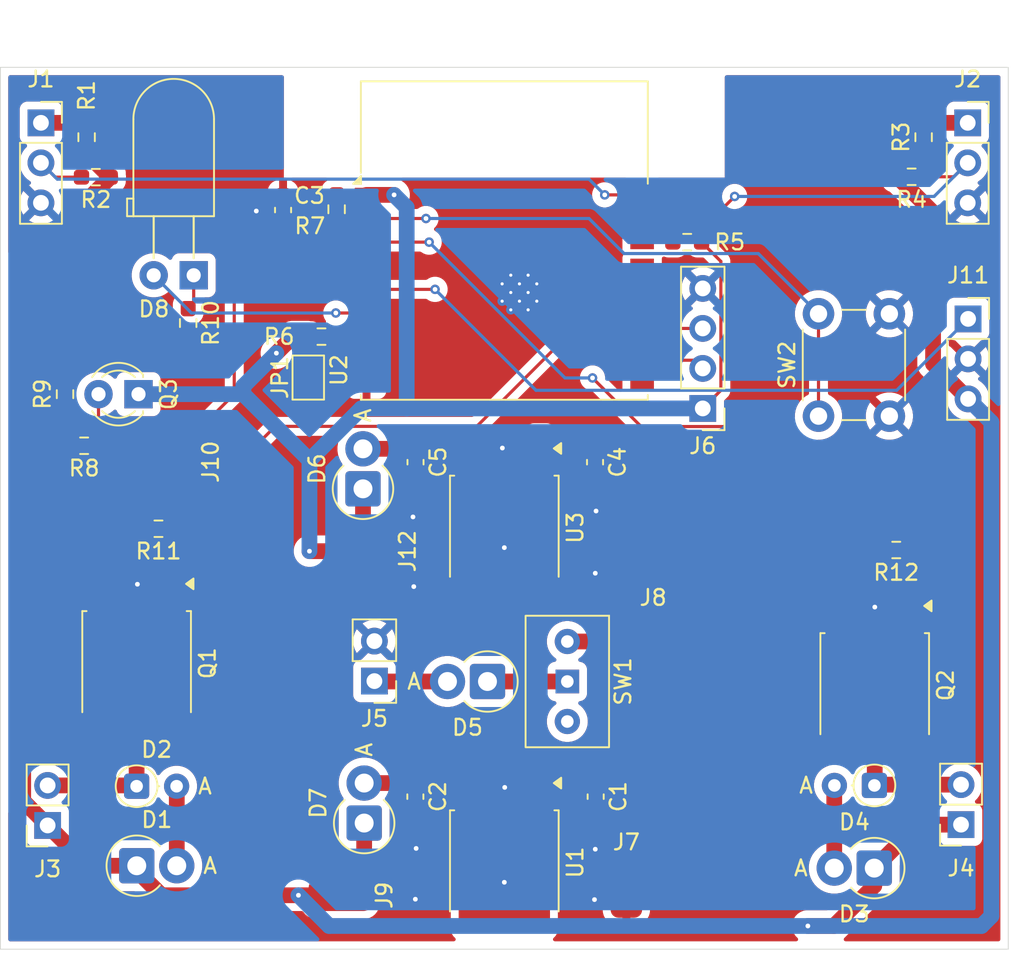
<source format=kicad_pcb>
(kicad_pcb
	(version 20241229)
	(generator "pcbnew")
	(generator_version "9.0")
	(general
		(thickness 1.6)
		(legacy_teardrops no)
	)
	(paper "A4")
	(layers
		(0 "F.Cu" signal)
		(2 "B.Cu" signal)
		(9 "F.Adhes" user "F.Adhesive")
		(11 "B.Adhes" user "B.Adhesive")
		(13 "F.Paste" user)
		(15 "B.Paste" user)
		(5 "F.SilkS" user "F.Silkscreen")
		(7 "B.SilkS" user "B.Silkscreen")
		(1 "F.Mask" user)
		(3 "B.Mask" user)
		(17 "Dwgs.User" user "User.Drawings")
		(19 "Cmts.User" user "User.Comments")
		(21 "Eco1.User" user "User.Eco1")
		(23 "Eco2.User" user "User.Eco2")
		(25 "Edge.Cuts" user)
		(27 "Margin" user)
		(31 "F.CrtYd" user "F.Courtyard")
		(29 "B.CrtYd" user "B.Courtyard")
		(35 "F.Fab" user)
		(33 "B.Fab" user)
		(39 "User.1" user)
		(41 "User.2" user)
		(43 "User.3" user)
		(45 "User.4" user)
	)
	(setup
		(stackup
			(layer "F.SilkS"
				(type "Top Silk Screen")
			)
			(layer "F.Paste"
				(type "Top Solder Paste")
			)
			(layer "F.Mask"
				(type "Top Solder Mask")
				(thickness 0.01)
			)
			(layer "F.Cu"
				(type "copper")
				(thickness 0.035)
			)
			(layer "dielectric 1"
				(type "core")
				(thickness 1.51)
				(material "FR4")
				(epsilon_r 4.5)
				(loss_tangent 0.02)
			)
			(layer "B.Cu"
				(type "copper")
				(thickness 0.035)
			)
			(layer "B.Mask"
				(type "Bottom Solder Mask")
				(thickness 0.01)
			)
			(layer "B.Paste"
				(type "Bottom Solder Paste")
			)
			(layer "B.SilkS"
				(type "Bottom Silk Screen")
			)
			(copper_finish "None")
			(dielectric_constraints no)
		)
		(pad_to_mask_clearance 0)
		(allow_soldermask_bridges_in_footprints no)
		(tenting front back)
		(pcbplotparams
			(layerselection 0x00000000_00000000_55555555_5755f5ff)
			(plot_on_all_layers_selection 0x00000000_00000000_00000000_00000000)
			(disableapertmacros no)
			(usegerberextensions no)
			(usegerberattributes yes)
			(usegerberadvancedattributes yes)
			(creategerberjobfile yes)
			(dashed_line_dash_ratio 12.000000)
			(dashed_line_gap_ratio 3.000000)
			(svgprecision 4)
			(plotframeref no)
			(mode 1)
			(useauxorigin no)
			(hpglpennumber 1)
			(hpglpenspeed 20)
			(hpglpendiameter 15.000000)
			(pdf_front_fp_property_popups yes)
			(pdf_back_fp_property_popups yes)
			(pdf_metadata yes)
			(pdf_single_document no)
			(dxfpolygonmode yes)
			(dxfimperialunits yes)
			(dxfusepcbnewfont yes)
			(psnegative no)
			(psa4output no)
			(plot_black_and_white yes)
			(sketchpadsonfab no)
			(plotpadnumbers no)
			(hidednponfab no)
			(sketchdnponfab yes)
			(crossoutdnponfab yes)
			(subtractmaskfromsilk no)
			(outputformat 1)
			(mirror no)
			(drillshape 0)
			(scaleselection 1)
			(outputdirectory "output/")
		)
	)
	(net 0 "")
	(net 1 "Net-(D1-A)")
	(net 2 "+5V")
	(net 3 "Net-(D2-K)")
	(net 4 "Net-(D7-A)")
	(net 5 "Vin_left")
	(net 6 "Vin_right")
	(net 7 "+9V")
	(net 8 "EN")
	(net 9 "Net-(D6-A)")
	(net 10 "GND")
	(net 11 "Net-(D3-A)")
	(net 12 "Net-(D4-K)")
	(net 13 "unconnected-(SW1-C-Pad3)")
	(net 14 "Net-(D5-K)")
	(net 15 "Net-(D5-A)")
	(net 16 "+3V3")
	(net 17 "IO7")
	(net 18 "Net-(D8-K)")
	(net 19 "IO0")
	(net 20 "IO1")
	(net 21 "IO20{slash}RXD")
	(net 22 "IO21{slash}TXD")
	(net 23 "IO5")
	(net 24 "IO6")
	(net 25 "IO9")
	(net 26 "IO3")
	(net 27 "IO4")
	(net 28 "IO2")
	(net 29 "IO8")
	(net 30 "Net-(R8-Pad2)")
	(net 31 "unconnected-(U2-IO19-Pad14)")
	(net 32 "unconnected-(U2-IO10-Pad10)")
	(net 33 "unconnected-(U2-IO18-Pad13)")
	(footprint "Capacitor_SMD:C_0603_1608Metric_Pad1.08x0.95mm_HandSolder" (layer "F.Cu") (at 37.8 46.3125 -90))
	(footprint "Diode_THT:D_DO-15_P2.54mm_Vertical_AnodeUp" (layer "F.Cu") (at 23.1 47.99 90))
	(footprint "Capacitor_SMD:C_0603_1608Metric_Pad1.08x0.95mm_HandSolder" (layer "F.Cu") (at 26.35 46.3125 -90))
	(footprint "Resistor_SMD:R_0603_1608Metric_Pad0.98x0.95mm_HandSolder" (layer "F.Cu") (at 21.35 9.0125 -90))
	(footprint "Resistor_SMD:R_0603_1608Metric_Pad0.98x0.95mm_HandSolder" (layer "F.Cu") (at 57.8625 6.95))
	(footprint "Connector_Wire:SolderWirePad_1x01_SMD_2x4mm" (layer "F.Cu") (at 23.05 30.725 -90))
	(footprint "Connector_PinSocket_2.54mm:PinSocket_1x02_P2.54mm_Vertical" (layer "F.Cu") (at 3 48.14 180))
	(footprint "Connector_Wire:SolderWirePad_1x01_SMD_2x4mm" (layer "F.Cu") (at 10.55 25.05 -90))
	(footprint "LED_THT:LED_D3.0mm_Clear" (layer "F.Cu") (at 8.77 20.755 180))
	(footprint "Resistor_SMD:R_0603_1608Metric_Pad0.98x0.95mm_HandSolder" (layer "F.Cu") (at 11.925 16.2375 -90))
	(footprint "Connector_PinSocket_2.54mm:PinSocket_1x03_P2.54mm_Vertical" (layer "F.Cu") (at 2.575 3.525))
	(footprint "Resistor_SMD:R_0603_1608Metric_Pad0.98x0.95mm_HandSolder" (layer "F.Cu") (at 5.3175 24.03 180))
	(footprint "Package_TO_SOT_SMD:TO-252-2" (layer "F.Cu") (at 55.52 39.24 -90))
	(footprint "RF_Module:ESP32-C3-WROOM-02" (layer "F.Cu") (at 32 14.1))
	(footprint "Connector_PinSocket_2.54mm:PinSocket_1x02_P2.54mm_Vertical" (layer "F.Cu") (at 61 48.09 180))
	(footprint "Package_TO_SOT_SMD:TO-252-2" (layer "F.Cu") (at 32 50.49 -90))
	(footprint "Resistor_SMD:R_0603_1608Metric_Pad0.98x0.95mm_HandSolder" (layer "F.Cu") (at 4.105 20.755 90))
	(footprint "Diode_THT:D_DO-15_P2.54mm_Vertical_AnodeUp" (layer "F.Cu") (at 8.66 50.7))
	(footprint "Resistor_SMD:R_0603_1608Metric_Pad0.98x0.95mm_HandSolder" (layer "F.Cu") (at 10.0375 29.3 180))
	(footprint "Library:SW_Slide-03_2MS1-T1-B4-M2-Q-E_P2.54mm" (layer "F.Cu") (at 36 39 -90))
	(footprint "Connector_PinSocket_2.54mm:PinSocket_1x03_P2.54mm_Vertical" (layer "F.Cu") (at 61.45 15.975))
	(footprint "Resistor_SMD:R_0603_1608Metric_Pad0.98x0.95mm_HandSolder" (layer "F.Cu") (at 6.0625 6.975 180))
	(footprint "Capacitor_SMD:C_0603_1608Metric_Pad1.08x0.95mm_HandSolder" (layer "F.Cu") (at 37.76 25.0725 -90))
	(footprint "Connector_Wire:SolderWirePad_1x01_SMD_2x4mm" (layer "F.Cu") (at 39.75 52))
	(footprint "Package_TO_SOT_SMD:TO-252-2" (layer "F.Cu") (at 32 29.24 -90))
	(footprint "Diode_THT:D_DO-15_P2.54mm_Vertical_AnodeUp" (layer "F.Cu") (at 30.93 39 180))
	(footprint "Diode_THT:D_DO-35_SOD27_P2.54mm_Vertical_AnodeUp" (layer "F.Cu") (at 55.5 45.6 180))
	(footprint "Connector_Wire:SolderWirePad_1x01_SMD_2x4mm" (layer "F.Cu") (at 21.575 52.575 -90))
	(footprint "Diode_THT:D_DO-15_P2.54mm_Vertical_AnodeUp" (layer "F.Cu") (at 55.49 50.85 180))
	(footprint "Jumper:SolderJumper-2_P1.3mm_Open_Pad1.0x1.5mm" (layer "F.Cu") (at 19.55 19.7 90))
	(footprint "Resistor_SMD:R_0603_1608Metric_Pad0.98x0.95mm_HandSolder" (layer "F.Cu") (at 58.625 4.4375 90))
	(footprint "Resistor_SMD:R_0603_1608Metric_Pad0.98x0.95mm_HandSolder" (layer "F.Cu") (at 20.3875 17.1))
	(footprint "Capacitor_SMD:C_0603_1608Metric_Pad1.08x0.95mm_HandSolder" (layer "F.Cu") (at 26.36 25.0725 -90))
	(footprint "Diode_THT:D_DO-35_SOD27_P2.54mm_Vertical_AnodeUp" (layer "F.Cu") (at 8.65 45.65))
	(footprint "Resistor_SMD:R_0603_1608Metric_Pad0.98x0.95mm_HandSolder" (layer "F.Cu") (at 5.475 4.4375 90))
	(footprint "LED_THT:LED_D5.0mm_Horizontal_O3.81mm_Z3.0mm" (layer "F.Cu") (at 12.275 13.205 180))
	(footprint "Button_Switch_THT:SW_PUSH_6mm" (layer "F.Cu") (at 51.95 22.15 90))
	(footprint "Connector_PinHeader_2.54mm:PinHeader_1x02_P2.54mm_Vertical" (layer "F.Cu") (at 23.75 38.975 180))
	(footprint "Connector_Wire:SolderWirePad_1x01_SMD_2x4mm" (layer "F.Cu") (at 41.45 36.475))
	(footprint "Resistor_SMD:R_0603_1608Metric_Pad0.98x0.95mm_HandSolder" (layer "F.Cu") (at 56.8875 30.65 180))
	(footprint "Diode_THT:D_DO-15_P2.54mm_Vertical_AnodeUp" (layer "F.Cu") (at 23.025 26.765 90))
	(footprint "Package_TO_SOT_SMD:TO-252-2" (layer "F.Cu") (at 8.65 37.84 -90))
	(footprint "Connector_PinHeader_2.54mm:PinHeader_1x04_P2.54mm_Vertical"
		(layer "F.Cu")
		(uuid "f18550d6-dbdd-436f-b9b3-00665d1b6992")
		(at 44.6 21.66 180)
		(descr "Through hole straight pin header, 1x04, 2.54mm pitch, single row")
		(tags "Through hole pin header THT 1x04 2.54mm single row")
		(property "Reference" "J6"
			(at 0 -2.38 0)
			(layer "F.SilkS")
			(uuid "6986c7cb-116e-4300-b624-5396fc99eda3")
			(effects
				(font
					(size 1 1)
					(thickness 0.15)
				)
			)
		)
		(property "Value" "SERIAL"
			(at 0 10 0)
			(layer "F.Fab")
			(uuid "a4ccc301-9314-45d8-9902-3b40cc9e494d")
			(effects
				(font
					(size 1 1)
					(thickness 0.15)
				)
			)
		)
		(property "Datasheet" "~"
			(at 0 0 0)
			(layer "F.Fab")
			(hide yes)
			(uuid "514c9017-6b69-4658-b0e7-b48e1ea991bd")
			(effects
				(font
					(size 1.27 1.27)
					(thickness 0.15)
				)
			)
		)
		(property "Description" "Generic connector, single row, 01x04, script generated"
			(at 0 0 0)
			(layer "F.Fab")
			(hide yes)
			(uuid "da6ac181-d3f2-4cf2-a7a3-da703a7af426")
			(effects
				(font
					(size 1.27 1.27)
					(thickness 0.15)
				)
			)
		)
		(property ki_fp_filters "Connector*:*_1x??_*")
		(path "/5b2a4eda-5944-46b4-8e2f-b07d6585abcd")
		(sheetname "/")
		(sheetfile "ltr.kicad_sch")
		(attr through_hole)
		(fp_line
			(start 1.38 1.27)
			(end 1.38 9)
			(stroke
				(width 0.12)
				(type solid)
			)
			(layer "F.SilkS")
			(uuid "03962a93-7cf3-461b-95e8-9ea7969cab24")
		)
		(fp_line
			(start -1.38 9)
			(end 1.38 9)
			(stroke
				(width 0.12)
				(type solid)
			)
			(layer "F.SilkS")
			(uuid "5e32e7cc-3c3c-4cda-9aae-e19b4a9737f7")
		)
		(fp_line
			(start -1.38 1.27)
			(end 1.38 1.27)
			(stroke
				(width 0.12)
				(type solid)
			)
			(layer "F.SilkS")
			(uuid "0d0a088c-a07b-47e2-af31-b3238e96c4b1")
		)
		(fp_line
			(start -1.38 1.27)
			(end -1.38 9)
			(stroke
				(width 0.12)
				(type solid)
			)
			(layer "F.SilkS")
			(uuid "6155d78f-9e3b-4e68-8525-e56e757f85f5")
		)
		(fp_line
			(start -1.38 0)
			(end -1.38 -1.38)
			(stroke
				(width 0.12)
				(type solid)
			)
			(layer "F.SilkS")
			(uuid "81a4d6f6-eb23-46bd-b06c-8d20f405afa3")
		)
		(fp_line
			(start -1.38 -1.38)
			(end 0 -1.38)
			(stroke
				(width 0.12)
				(type solid)
			)
			(layer "F.SilkS")
			(uuid "378413e4-37ad-45ef-99f5-21673abf7b79")
		)
		(fp_line
			(start 1.77 9.39)
			(end 1.77 -1.77)
			(stroke
				(width 0.05)
				(type solid)
			)
			(layer "F.CrtYd")
			(uuid "35731b71-2a32-4957-a040-17ab2772585e")
		)
		(fp_line
			(start 1.77 -1.77)
			(end -1.77 -1.77)
			(stroke
				(width 0.05)
				(type solid)
			)
			(layer "F.CrtYd")
			(uuid "f03b979e-ae3d-468c-84b3-d8e0ca9f4093")
		)
		(fp_line
			(start -1.77 9.39)
			(end 1.77 9.39)
			(stroke
				(width 0.05)
				(type solid)
			)
			(layer "F.CrtYd")
			(uuid "6f0292f9-fb17-4c97-a13f-fcbb537a367b")
		)
		(fp_line
			(start -1.77 -1.77)
			(end -1.77 9.39)
			(stroke
				(width 0.05)
				(type solid)
			)
			(layer "F.CrtYd")
			(uuid "72ca4e85-734c-489f-a43b-dffa7839ece1")
		)
		(fp_line
			(start 1.27 8.89)
			(end -1.27 8.89)
			(stroke
				(width 0.1)
				(type solid)
			)
			(layer "F.Fab")
			(uuid "5e87e26c-2aa7-4e82-9993-eafa473952b1")
		)
		(fp_line
			(start 1.27 -1.27)
			(end 1.27 8.89)
			(stroke
				(width 0.1)
				(type solid)
			)
			(layer "F.Fab")
			(uuid "1ebe8fbd-0352-4660-aeda-1da83475ecef")
		)
		(fp_line
			(start -0.635 -1.27)
			(end 1.27 -1.27)
			(stroke
				(width 0.1)
				(type solid)
			)
			(layer "F.Fab")
			(uuid "4406beb9-3a8d-412e-a060-ce2e3f08a94e")
		)
		(fp_line
			(start -1.27 8.89)
			(end -1.27 -0.635)
			(stroke
				(width 0.1)
				(type solid)
			)
			(layer "F.Fab")
			(uuid "6b84f71d-23d8-4662-88fc-dc137b7261b9")
		)
		(fp_line
			(start -1.27 -0.635)
			(end -0.635 -1.27)
			(stroke
				(width 0.1)
				(type solid)
			)
			(layer "F.Fab")
			(uuid "e56b5dd5-825c-4654-b18b-9d9eba19a379")
		)
		(fp_text user "${REFERENCE}"
			(at 0 3.81 90)
			(layer "F.Fab")
			(uuid "96ba471f-fbc3-4faa-9fa9-949fc3863660")
			(effects
				(font
					(size 1 1)
					(thickness 0.15)
				)
			)
		)
		(pad "1" thru_hole rect
			(at 0 0 180)
			(size 1.7 1.7)
			(drill 1)
			(layers "*.Cu" "*.Mask")
			(remove_unused_layers no)
			(net 16 "+3V3")
			(pinfunction "Pin_1")
			(pintype "passive")
			(uuid "528ef1dc-6042-43b4-a418-262c190a666d")
		)
		(pad "2" thru_hole circle
			(at 0 2.54 180)
			(size 1.7 1.7)
			(drill 1)
			(layers "*.Cu" "*.Mask")
			(remove_unused_layers no)
			(net 21 "IO20{slash}RXD")
			(pinfunction "Pin_2")
			(pintype "passive")
			(uuid "cb3a3ec6-8a65-43cf-a285-aed2517489be")
		)
		(pad "3" thru_hole circle
			(at 0 5.08 180)
			(size 1.7 1.7)
			(drill 1)
			(layers "*.Cu" "*.Mask")
			(remove_unused_layers no)
			(net 22 "IO21{slash}TXD")
			(pinfunction "Pin_3")
			(pintype "passive")
			(uuid "b0429c40-976d-411c-8279-4880513c22b2")
		)
		(pad "4" thru_hole circle
			(at 0 7.62 180)
			(size 1.7 1.7)
			(drill 1)
			(layers "*.Cu" "*.Mask")
			(remove_unused_layers no)
			(net 10 "GND")
			(pinfunction "Pin_4")
			(pintype "passive")
	
... [228989 chars truncated]
</source>
